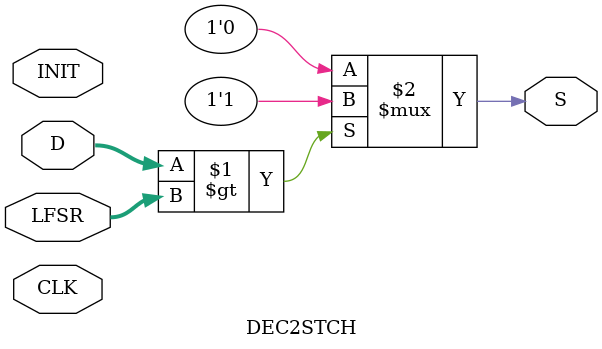
<source format=v>

module DEC2STCH(CLK,D,LFSR,S,INIT);

parameter ND = 8; 					// precision of decimal fraction
parameter LFSR_S = ND; 			// LFSR size

input [ND-1:0] D; 					// input probability scaled to x/256
input [LFSR_S-1:0] LFSR; // LFSR comparator value
input CLK,INIT; 

output S; 								// stochastic bit

assign S = (D>LFSR) ? 1'b1 : 1'b0;


//reg Comp = 1'b0; 								// comparator output


//assign S = Comp;



/*
always @(posedge CLK) begin
	Comp <= (D>LFSR) ? 1'b1 : 1'b0;
end	
*/

endmodule
</source>
